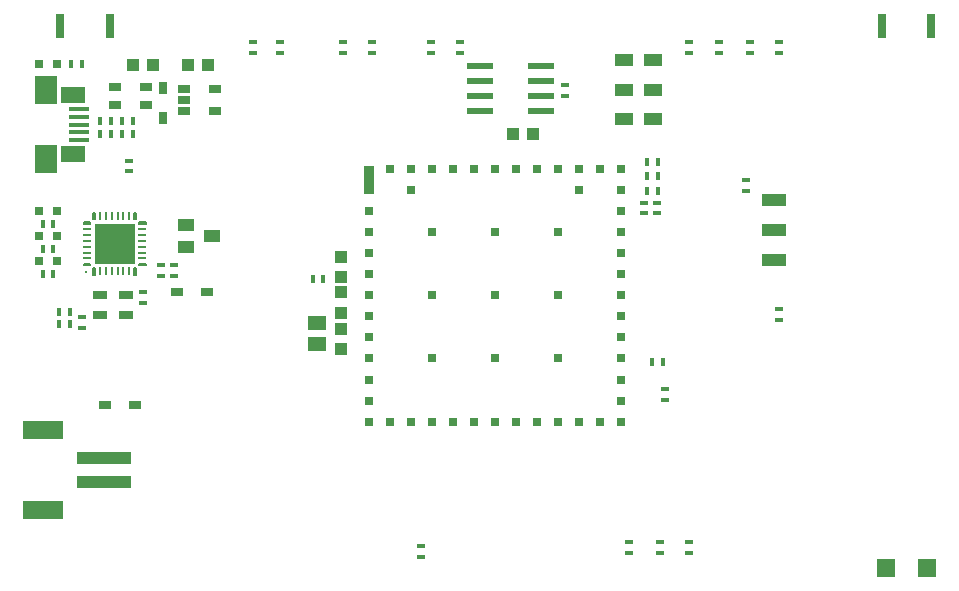
<source format=gtp>
G75*
%MOIN*%
%OFA0B0*%
%FSLAX25Y25*%
%IPPOS*%
%LPD*%
%AMOC8*
5,1,8,0,0,1.08239X$1,22.5*
%
%ADD10R,0.07874X0.04331*%
%ADD11R,0.04331X0.03937*%
%ADD12R,0.01800X0.03000*%
%ADD13R,0.03000X0.01800*%
%ADD14R,0.03819X0.09803*%
%ADD15R,0.02795X0.02795*%
%ADD16R,0.03937X0.04331*%
%ADD17R,0.03898X0.02717*%
%ADD18R,0.03150X0.03150*%
%ADD19R,0.03150X0.07874*%
%ADD20C,0.00551*%
%ADD21R,0.01102X0.02756*%
%ADD22R,0.02756X0.01102*%
%ADD23R,0.13780X0.13780*%
%ADD24R,0.00984X0.00984*%
%ADD25R,0.05000X0.02500*%
%ADD26R,0.06693X0.01772*%
%ADD27R,0.08268X0.05807*%
%ADD28R,0.07480X0.09350*%
%ADD29R,0.03937X0.03150*%
%ADD30R,0.03150X0.03937*%
%ADD31R,0.05512X0.03937*%
%ADD32R,0.05906X0.05906*%
%ADD33R,0.08661X0.02362*%
%ADD34R,0.18110X0.03937*%
%ADD35R,0.13386X0.06299*%
%ADD36R,0.06299X0.03937*%
%ADD37R,0.05906X0.05118*%
D10*
X0279848Y0133561D03*
X0279848Y0143600D03*
X0279848Y0153639D03*
D11*
X0135648Y0134822D03*
X0135648Y0128129D03*
X0135598Y0122846D03*
X0135598Y0116154D03*
X0135548Y0110546D03*
X0135548Y0103854D03*
D12*
X0129648Y0127200D03*
X0126048Y0127200D03*
X0066048Y0175800D03*
X0062448Y0175800D03*
X0058848Y0175800D03*
X0055248Y0175800D03*
X0055248Y0180000D03*
X0058848Y0180000D03*
X0062448Y0180000D03*
X0066048Y0180000D03*
X0049248Y0199000D03*
X0045648Y0199000D03*
X0039648Y0145800D03*
X0036048Y0145800D03*
X0036048Y0137400D03*
X0039648Y0137400D03*
X0039648Y0129000D03*
X0036048Y0129000D03*
X0041448Y0116400D03*
X0045048Y0116400D03*
X0045048Y0112200D03*
X0041448Y0112200D03*
X0237648Y0156800D03*
X0241248Y0156800D03*
X0241248Y0161600D03*
X0237648Y0161600D03*
X0237648Y0166400D03*
X0241248Y0166400D03*
X0242698Y0099775D03*
X0239098Y0099775D03*
D13*
X0243648Y0090600D03*
X0243648Y0087000D03*
X0281448Y0113800D03*
X0281448Y0117400D03*
X0240711Y0149200D03*
X0236448Y0149200D03*
X0236448Y0152800D03*
X0240711Y0152800D03*
X0270448Y0156800D03*
X0270448Y0160400D03*
X0210048Y0188400D03*
X0210048Y0192000D03*
X0175248Y0202800D03*
X0175248Y0206400D03*
X0165648Y0206400D03*
X0165648Y0202800D03*
X0145848Y0202800D03*
X0145848Y0206400D03*
X0136248Y0206400D03*
X0136248Y0202800D03*
X0115248Y0202800D03*
X0115248Y0206400D03*
X0106248Y0206400D03*
X0106248Y0202800D03*
X0064848Y0166800D03*
X0064848Y0163200D03*
X0075648Y0132000D03*
X0075648Y0128400D03*
X0079848Y0128400D03*
X0079848Y0132000D03*
X0069648Y0123000D03*
X0069648Y0119400D03*
X0049248Y0114600D03*
X0049248Y0111000D03*
X0162203Y0038390D03*
X0162203Y0034790D03*
X0231648Y0036000D03*
X0231648Y0039600D03*
X0241848Y0039600D03*
X0241848Y0036000D03*
X0251448Y0036000D03*
X0251448Y0039600D03*
X0251448Y0202800D03*
X0251448Y0206400D03*
X0261648Y0206400D03*
X0261648Y0202800D03*
X0271848Y0202800D03*
X0271848Y0206400D03*
X0281448Y0206400D03*
X0281448Y0202800D03*
D14*
X0144848Y0160400D03*
D15*
X0151856Y0163904D03*
X0158864Y0163904D03*
X0165872Y0163904D03*
X0172879Y0163904D03*
X0179887Y0163904D03*
X0186895Y0163904D03*
X0193903Y0163904D03*
X0200911Y0163904D03*
X0207919Y0163904D03*
X0214927Y0163904D03*
X0221935Y0163904D03*
X0228942Y0163904D03*
X0228942Y0156896D03*
X0228942Y0149888D03*
X0228942Y0142880D03*
X0228942Y0135872D03*
X0228942Y0128865D03*
X0228942Y0121857D03*
X0228942Y0114849D03*
X0228942Y0107841D03*
X0228942Y0100833D03*
X0228942Y0093825D03*
X0228942Y0086817D03*
X0228942Y0079809D03*
X0221935Y0079809D03*
X0214927Y0079809D03*
X0207919Y0079809D03*
X0200911Y0079809D03*
X0193903Y0079809D03*
X0186895Y0079809D03*
X0179887Y0079809D03*
X0172879Y0079809D03*
X0165872Y0079809D03*
X0158864Y0079809D03*
X0151856Y0079809D03*
X0144848Y0079809D03*
X0144848Y0086817D03*
X0144848Y0093825D03*
X0144848Y0100833D03*
X0144848Y0107841D03*
X0144848Y0114849D03*
X0144848Y0121857D03*
X0144848Y0128865D03*
X0144848Y0135872D03*
X0144848Y0142880D03*
X0144848Y0149888D03*
X0158864Y0156896D03*
X0165872Y0142880D03*
X0186895Y0142880D03*
X0207919Y0142880D03*
X0214927Y0156896D03*
X0207919Y0121857D03*
X0186895Y0121857D03*
X0165872Y0121857D03*
X0165872Y0100833D03*
X0186895Y0100833D03*
X0207919Y0100833D03*
D16*
X0199594Y0175800D03*
X0192901Y0175800D03*
X0091294Y0198700D03*
X0084601Y0198700D03*
X0072994Y0198600D03*
X0066301Y0198600D03*
D17*
X0083269Y0190640D03*
X0083269Y0186900D03*
X0083269Y0183160D03*
X0093466Y0183160D03*
X0093466Y0190640D03*
D18*
X0040801Y0199000D03*
X0034895Y0199000D03*
X0034895Y0150000D03*
X0040801Y0150000D03*
X0040801Y0141600D03*
X0034895Y0141600D03*
X0034895Y0133200D03*
X0040801Y0133200D03*
D19*
X0041880Y0211800D03*
X0058416Y0211800D03*
X0315780Y0211800D03*
X0332316Y0211800D03*
D20*
X0070403Y0146266D02*
X0070403Y0145714D01*
X0068197Y0145714D01*
X0068197Y0146266D01*
X0070403Y0146266D01*
X0070403Y0146264D02*
X0068197Y0146264D01*
X0067214Y0147249D02*
X0067214Y0149455D01*
X0067214Y0147249D02*
X0066662Y0147249D01*
X0066662Y0149455D01*
X0067214Y0149455D01*
X0067214Y0147799D02*
X0066662Y0147799D01*
X0066662Y0148349D02*
X0067214Y0148349D01*
X0067214Y0148899D02*
X0066662Y0148899D01*
X0066662Y0149449D02*
X0067214Y0149449D01*
X0053434Y0149455D02*
X0053434Y0147249D01*
X0052882Y0147249D01*
X0052882Y0149455D01*
X0053434Y0149455D01*
X0053434Y0147799D02*
X0052882Y0147799D01*
X0052882Y0148349D02*
X0053434Y0148349D01*
X0053434Y0148899D02*
X0052882Y0148899D01*
X0052882Y0149449D02*
X0053434Y0149449D01*
X0051899Y0146266D02*
X0051899Y0145714D01*
X0049693Y0145714D01*
X0049693Y0146266D01*
X0051899Y0146266D01*
X0051899Y0146264D02*
X0049693Y0146264D01*
X0051899Y0132486D02*
X0051899Y0131934D01*
X0049693Y0131934D01*
X0049693Y0132486D01*
X0051899Y0132486D01*
X0051899Y0132484D02*
X0049693Y0132484D01*
X0053434Y0130951D02*
X0053434Y0128745D01*
X0052882Y0128745D01*
X0052882Y0130951D01*
X0053434Y0130951D01*
X0053434Y0129295D02*
X0052882Y0129295D01*
X0052882Y0129845D02*
X0053434Y0129845D01*
X0053434Y0130395D02*
X0052882Y0130395D01*
X0052882Y0130945D02*
X0053434Y0130945D01*
X0067214Y0130951D02*
X0067214Y0128745D01*
X0066662Y0128745D01*
X0066662Y0130951D01*
X0067214Y0130951D01*
X0067214Y0129295D02*
X0066662Y0129295D01*
X0066662Y0129845D02*
X0067214Y0129845D01*
X0067214Y0130395D02*
X0066662Y0130395D01*
X0066662Y0130945D02*
X0067214Y0130945D01*
X0070403Y0131934D02*
X0070403Y0132486D01*
X0070403Y0131934D02*
X0068197Y0131934D01*
X0068197Y0132486D01*
X0070403Y0132486D01*
X0070403Y0132484D02*
X0068197Y0132484D01*
D21*
X0064969Y0129848D03*
X0063001Y0129848D03*
X0061032Y0129848D03*
X0059064Y0129848D03*
X0057095Y0129848D03*
X0055127Y0129848D03*
X0055127Y0148352D03*
X0057095Y0148352D03*
X0059064Y0148352D03*
X0061032Y0148352D03*
X0063001Y0148352D03*
X0064969Y0148352D03*
D22*
X0069300Y0144021D03*
X0069300Y0142053D03*
X0069300Y0140084D03*
X0069300Y0138116D03*
X0069300Y0136147D03*
X0069300Y0134179D03*
X0050796Y0134179D03*
X0050796Y0136147D03*
X0050796Y0138116D03*
X0050796Y0140084D03*
X0050796Y0142053D03*
X0050796Y0144021D03*
D23*
X0060048Y0139100D03*
D24*
X0050540Y0129592D03*
D25*
X0055148Y0121900D03*
X0063748Y0121900D03*
X0063748Y0115300D03*
X0055148Y0115300D03*
D26*
X0048272Y0173682D03*
X0048272Y0176241D03*
X0048272Y0178800D03*
X0048272Y0181359D03*
X0048272Y0183918D03*
D27*
X0046303Y0188643D03*
X0046303Y0168957D03*
D28*
X0037248Y0167186D03*
X0037248Y0190414D03*
D29*
X0060330Y0191400D03*
X0060330Y0185400D03*
X0070566Y0185400D03*
X0070566Y0191400D03*
X0080730Y0123000D03*
X0090966Y0123000D03*
X0066966Y0085200D03*
X0056730Y0085200D03*
D30*
X0076248Y0180882D03*
X0076248Y0191118D03*
D31*
X0083917Y0145340D03*
X0092579Y0141600D03*
X0083917Y0137860D03*
D32*
X0317158Y0030975D03*
X0330938Y0030975D03*
D33*
X0202284Y0183300D03*
X0202284Y0188300D03*
X0202284Y0193300D03*
X0202284Y0198300D03*
X0181812Y0198300D03*
X0181812Y0193300D03*
X0181812Y0188300D03*
X0181812Y0183300D03*
D34*
X0056615Y0067537D03*
X0056615Y0059663D03*
D35*
X0036142Y0050214D03*
X0036142Y0076986D03*
D36*
X0229999Y0180600D03*
X0239448Y0180600D03*
X0239448Y0190443D03*
X0229999Y0190443D03*
X0229999Y0200285D03*
X0239448Y0200285D03*
D37*
X0127368Y0112506D03*
X0127368Y0105814D03*
M02*

</source>
